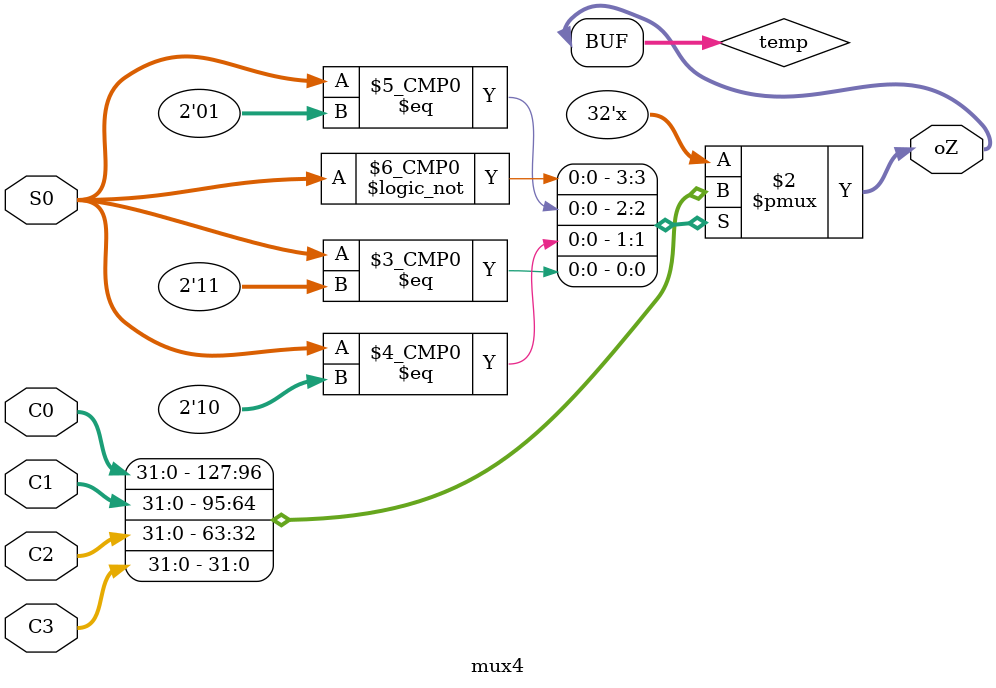
<source format=v>

`timescale 1ns / 1ps
module mux4(
    input [31:0] C0,
    input [31:0] C1,
    input [31:0] C2,
    input [31:0] C3,
    input [1:0] S0,
    output [31:0] oZ
    );

    reg [31:0] temp;

    always @(*) begin
        case(S0)
            2'b00: temp <= C0;
            2'b01: temp <= C1;
            2'b10: temp <= C2;
            2'b11: temp <= C3;
            default: temp <= 31'bz;
        endcase
   end
   
   assign oZ = temp;
   
endmodule
</source>
